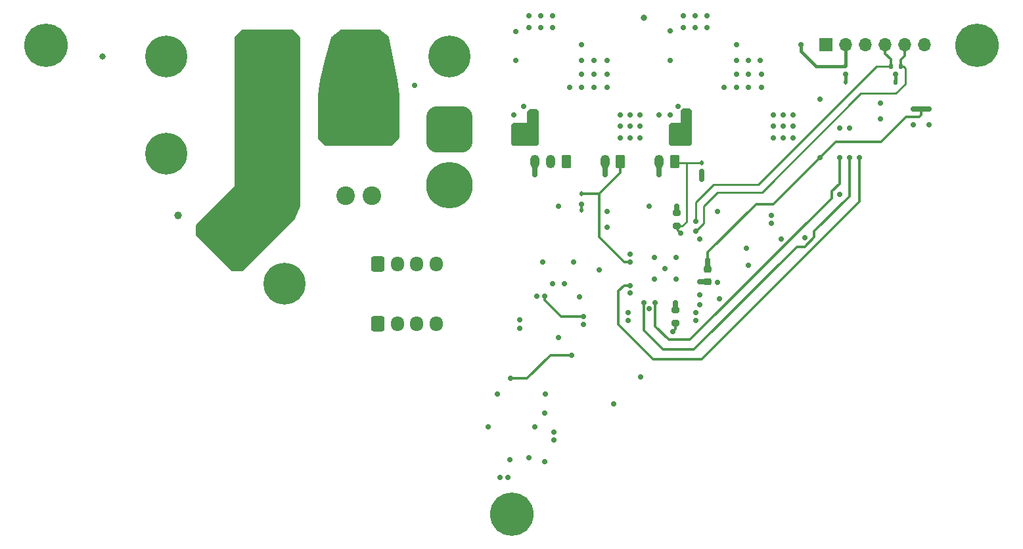
<source format=gbr>
G04 #@! TF.GenerationSoftware,KiCad,Pcbnew,8.0.1-rc2-202403101705~c0fd138706~ubuntu22.04.1*
G04 #@! TF.CreationDate,2024-03-11T22:08:16-04:00*
G04 #@! TF.ProjectId,Balance_Controller,42616c61-6e63-4655-9f43-6f6e74726f6c,rev?*
G04 #@! TF.SameCoordinates,Original*
G04 #@! TF.FileFunction,Copper,L4,Bot*
G04 #@! TF.FilePolarity,Positive*
%FSLAX46Y46*%
G04 Gerber Fmt 4.6, Leading zero omitted, Abs format (unit mm)*
G04 Created by KiCad (PCBNEW 8.0.1-rc2-202403101705~c0fd138706~ubuntu22.04.1) date 2024-03-11 22:08:16*
%MOMM*%
%LPD*%
G01*
G04 APERTURE LIST*
G04 Aperture macros list*
%AMRoundRect*
0 Rectangle with rounded corners*
0 $1 Rounding radius*
0 $2 $3 $4 $5 $6 $7 $8 $9 X,Y pos of 4 corners*
0 Add a 4 corners polygon primitive as box body*
4,1,4,$2,$3,$4,$5,$6,$7,$8,$9,$2,$3,0*
0 Add four circle primitives for the rounded corners*
1,1,$1+$1,$2,$3*
1,1,$1+$1,$4,$5*
1,1,$1+$1,$6,$7*
1,1,$1+$1,$8,$9*
0 Add four rect primitives between the rounded corners*
20,1,$1+$1,$2,$3,$4,$5,0*
20,1,$1+$1,$4,$5,$6,$7,0*
20,1,$1+$1,$6,$7,$8,$9,0*
20,1,$1+$1,$8,$9,$2,$3,0*%
G04 Aperture macros list end*
G04 #@! TA.AperFunction,ComponentPad*
%ADD10RoundRect,0.250000X-0.600000X-0.725000X0.600000X-0.725000X0.600000X0.725000X-0.600000X0.725000X0*%
G04 #@! TD*
G04 #@! TA.AperFunction,ComponentPad*
%ADD11O,1.700000X1.950000*%
G04 #@! TD*
G04 #@! TA.AperFunction,ComponentPad*
%ADD12C,5.400000*%
G04 #@! TD*
G04 #@! TA.AperFunction,ComponentPad*
%ADD13C,5.600000*%
G04 #@! TD*
G04 #@! TA.AperFunction,ComponentPad*
%ADD14C,2.400000*%
G04 #@! TD*
G04 #@! TA.AperFunction,ComponentPad*
%ADD15RoundRect,1.500000X-1.500000X1.500000X-1.500000X-1.500000X1.500000X-1.500000X1.500000X1.500000X0*%
G04 #@! TD*
G04 #@! TA.AperFunction,ComponentPad*
%ADD16C,6.000000*%
G04 #@! TD*
G04 #@! TA.AperFunction,ComponentPad*
%ADD17R,1.700000X1.700000*%
G04 #@! TD*
G04 #@! TA.AperFunction,ComponentPad*
%ADD18O,1.700000X1.700000*%
G04 #@! TD*
G04 #@! TA.AperFunction,SMDPad,CuDef*
%ADD19RoundRect,0.200000X-0.275000X0.200000X-0.275000X-0.200000X0.275000X-0.200000X0.275000X0.200000X0*%
G04 #@! TD*
G04 #@! TA.AperFunction,ComponentPad*
%ADD20RoundRect,0.250000X0.350000X0.625000X-0.350000X0.625000X-0.350000X-0.625000X0.350000X-0.625000X0*%
G04 #@! TD*
G04 #@! TA.AperFunction,ComponentPad*
%ADD21O,1.200000X1.750000*%
G04 #@! TD*
G04 #@! TA.AperFunction,SMDPad,CuDef*
%ADD22RoundRect,0.112500X0.112500X-0.187500X0.112500X0.187500X-0.112500X0.187500X-0.112500X-0.187500X0*%
G04 #@! TD*
G04 #@! TA.AperFunction,SMDPad,CuDef*
%ADD23RoundRect,0.200000X0.275000X-0.200000X0.275000X0.200000X-0.275000X0.200000X-0.275000X-0.200000X0*%
G04 #@! TD*
G04 #@! TA.AperFunction,SMDPad,CuDef*
%ADD24RoundRect,0.225000X-0.250000X0.225000X-0.250000X-0.225000X0.250000X-0.225000X0.250000X0.225000X0*%
G04 #@! TD*
G04 #@! TA.AperFunction,SMDPad,CuDef*
%ADD25RoundRect,0.112500X-0.112500X-0.237500X0.112500X-0.237500X0.112500X0.237500X-0.112500X0.237500X0*%
G04 #@! TD*
G04 #@! TA.AperFunction,ViaPad*
%ADD26C,0.700000*%
G04 #@! TD*
G04 #@! TA.AperFunction,ViaPad*
%ADD27C,0.800000*%
G04 #@! TD*
G04 #@! TA.AperFunction,ViaPad*
%ADD28C,1.000000*%
G04 #@! TD*
G04 #@! TA.AperFunction,Conductor*
%ADD29C,0.700000*%
G04 #@! TD*
G04 #@! TA.AperFunction,Conductor*
%ADD30C,0.300000*%
G04 #@! TD*
G04 #@! TA.AperFunction,Conductor*
%ADD31C,0.400000*%
G04 #@! TD*
G04 #@! TA.AperFunction,Conductor*
%ADD32C,0.250000*%
G04 #@! TD*
G04 APERTURE END LIST*
D10*
X82250000Y-54750000D03*
D11*
X84750000Y-54750000D03*
X87250000Y-54750000D03*
X89750000Y-54750000D03*
D12*
X55000000Y-28000000D03*
X91500000Y-28000000D03*
D13*
X159500000Y-26542136D03*
D14*
X81500000Y-45920000D03*
X78100000Y-45920000D03*
X81500000Y-36000000D03*
X78100000Y-36000000D03*
D12*
X70250000Y-57250000D03*
D13*
X99500000Y-87000000D03*
D12*
X68000000Y-28000000D03*
D15*
X91500000Y-37420000D03*
D16*
X91500000Y-44620000D03*
D12*
X63750000Y-50750000D03*
D17*
X140000000Y-26500000D03*
D18*
X142540000Y-26500000D03*
X145080000Y-26500000D03*
X147620000Y-26500000D03*
X150160000Y-26500000D03*
X152700000Y-26500000D03*
D12*
X55000000Y-40500000D03*
D13*
X39500000Y-26542136D03*
D12*
X80000000Y-28000000D03*
D10*
X82250000Y-62420000D03*
D11*
X84750000Y-62420000D03*
X87250000Y-62420000D03*
X89750000Y-62420000D03*
D19*
X120587370Y-60675000D03*
X120587370Y-62325000D03*
D20*
X120500000Y-41500000D03*
D21*
X118500000Y-41500000D03*
D22*
X124000000Y-43800000D03*
X124000000Y-41700000D03*
X108500000Y-47800000D03*
X108500000Y-45700000D03*
X142500000Y-31300000D03*
X142500000Y-29200000D03*
D23*
X120750000Y-49825000D03*
X120750000Y-48175000D03*
D24*
X124750000Y-55450000D03*
X124750000Y-57000000D03*
D25*
X148350000Y-29250000D03*
X149650000Y-29250000D03*
X149000000Y-31250000D03*
D20*
X113500000Y-41500000D03*
D21*
X111500000Y-41500000D03*
D20*
X106500000Y-41500000D03*
D21*
X104500000Y-41500000D03*
X102500000Y-41500000D03*
D26*
X121650000Y-24250000D03*
X103250000Y-22750000D03*
X103250000Y-24250000D03*
X121650000Y-22750000D03*
X104750000Y-22750000D03*
X124650000Y-22750000D03*
X101750000Y-22750000D03*
D27*
X116500000Y-23000000D03*
D26*
X104750000Y-24250000D03*
X124650000Y-24250000D03*
X123150000Y-22750000D03*
X123150000Y-24250000D03*
X101750000Y-24250000D03*
X103500000Y-54500000D03*
X143020000Y-37250000D03*
X120900000Y-34400000D03*
X119900000Y-35500000D03*
X111500000Y-43250000D03*
X131650000Y-30250000D03*
X123750000Y-51500000D03*
D27*
X46800000Y-28000000D03*
D26*
X117850000Y-53900000D03*
X117250000Y-60500000D03*
X102500000Y-43250000D03*
X129750000Y-52750000D03*
X111750000Y-48000000D03*
X101000000Y-34400000D03*
X126000000Y-57100000D03*
X106250000Y-57300000D03*
X153250000Y-36750000D03*
X107500000Y-54500000D03*
X110100000Y-32000000D03*
X114750000Y-58500000D03*
X151250000Y-36750000D03*
X128500000Y-32000000D03*
X120650000Y-53900000D03*
X142500000Y-30250000D03*
X128500000Y-30250000D03*
X111750000Y-30250000D03*
X107000000Y-32000000D03*
X103750000Y-80250000D03*
X111750000Y-28500000D03*
X101750000Y-79750000D03*
X111750000Y-32000000D03*
X126250000Y-59250000D03*
X100000000Y-24750000D03*
X110100000Y-28500000D03*
X99800000Y-35500000D03*
X130000000Y-30250000D03*
X141750000Y-45750000D03*
X96500000Y-75750000D03*
X119900000Y-24700000D03*
X105500000Y-47250000D03*
X87000000Y-31750000D03*
X147000000Y-34000000D03*
X120650000Y-56700000D03*
X99250000Y-80000000D03*
X128500000Y-28500000D03*
X134250000Y-51500000D03*
X103750000Y-74000000D03*
X117850000Y-56700000D03*
X108500000Y-47000000D03*
X123750000Y-57000000D03*
X124000000Y-42800000D03*
X137250000Y-51350000D03*
X130000000Y-32000000D03*
D28*
X56500000Y-48500000D03*
D26*
X114750000Y-53500000D03*
X104900000Y-76400000D03*
X117250000Y-47250000D03*
X149000000Y-30250000D03*
X119250000Y-55300000D03*
X108500000Y-28500000D03*
X131650000Y-32000000D03*
X108750000Y-62500000D03*
X102750000Y-58850000D03*
X108500000Y-32000000D03*
X104750000Y-57300000D03*
X118500000Y-35500000D03*
X130000000Y-28500000D03*
X139210000Y-33500000D03*
X123250000Y-62000000D03*
X133000000Y-49500000D03*
X141750000Y-37250000D03*
X110100000Y-30250000D03*
X105500000Y-64250000D03*
X126000000Y-48000000D03*
X130000000Y-54900000D03*
X126900000Y-32000000D03*
X99000000Y-82250000D03*
X108500000Y-30250000D03*
X100500000Y-63000000D03*
X112600000Y-72800000D03*
X118500000Y-43250000D03*
X114500000Y-62000000D03*
X123750000Y-60000000D03*
X131500000Y-28500000D03*
X102500000Y-75750000D03*
X123250000Y-61000000D03*
X110750000Y-55500000D03*
X123750000Y-58750000D03*
X133250000Y-35500000D03*
X134500000Y-38500000D03*
X120750000Y-47250000D03*
X133250000Y-38500000D03*
X97675000Y-71500000D03*
X135750000Y-37000000D03*
X128500000Y-26500000D03*
X111750000Y-50000000D03*
X133000000Y-48500000D03*
X134500000Y-35500000D03*
X114500000Y-61000000D03*
X119900000Y-28500000D03*
X103825000Y-71500000D03*
X104900000Y-77400000D03*
X116100000Y-69300000D03*
X98000000Y-82250000D03*
X135750000Y-38500000D03*
X147000000Y-36000000D03*
X134500000Y-37000000D03*
X133250000Y-37000000D03*
X135750000Y-35500000D03*
X114750000Y-37000000D03*
X100000000Y-28500000D03*
X100500000Y-61949997D03*
X113500000Y-38500000D03*
X113500000Y-37000000D03*
X114750000Y-35500000D03*
X136750000Y-26500000D03*
X116000000Y-38500000D03*
X116000000Y-37000000D03*
X108250000Y-59000000D03*
X108500000Y-26500000D03*
X116000000Y-35500000D03*
X113500000Y-35500000D03*
X114750000Y-38500000D03*
X151250000Y-34750000D03*
X153250000Y-34750000D03*
X139210000Y-41000000D03*
X124750000Y-54225000D03*
D28*
X68000000Y-33500000D03*
X71000000Y-36750000D03*
X68000000Y-43250000D03*
X71000000Y-43250000D03*
X68000000Y-36750000D03*
X65250000Y-36750000D03*
X65250000Y-40000000D03*
X71000000Y-33500000D03*
X68000000Y-40000000D03*
X71000000Y-40000000D03*
X65250000Y-33500000D03*
X65250000Y-43250000D03*
D26*
X114750000Y-54500000D03*
X121250000Y-50750000D03*
X141750000Y-41000000D03*
X118000000Y-59750000D03*
X144290000Y-41000000D03*
X114750000Y-57500000D03*
X116500000Y-59750000D03*
X143020000Y-41000000D03*
X123250000Y-49250000D03*
X123250000Y-50500000D03*
X99325000Y-69500000D03*
X107250000Y-66500000D03*
X120587370Y-59750000D03*
X120250000Y-63500000D03*
X108750000Y-61500000D03*
X103750000Y-58850000D03*
X102250000Y-37750000D03*
X100250000Y-37750000D03*
X102250000Y-38750000D03*
X100250000Y-38750000D03*
X120500000Y-38750000D03*
X122000000Y-38750000D03*
X120500000Y-37750000D03*
X122000000Y-37750000D03*
D28*
X82250000Y-32000000D03*
X75500000Y-37750000D03*
X79750000Y-38500000D03*
X84000000Y-34000000D03*
X79750000Y-34000000D03*
X75500000Y-34000000D03*
X84000000Y-37750000D03*
X77500000Y-32000000D03*
D29*
X118500000Y-43250000D02*
X118500000Y-41500000D01*
D30*
X108500000Y-47800000D02*
X108500000Y-47000000D01*
D29*
X102500000Y-43250000D02*
X102500000Y-41500000D01*
X111500000Y-43250000D02*
X111500000Y-41500000D01*
D31*
X149000000Y-30250000D02*
X149000000Y-31250000D01*
D29*
X123750000Y-57000000D02*
X124750000Y-57000000D01*
D31*
X142500000Y-30250000D02*
X142500000Y-31300000D01*
D29*
X124000000Y-42800000D02*
X124000000Y-43800000D01*
X120750000Y-48175000D02*
X120750000Y-47250000D01*
D31*
X142540000Y-26540000D02*
X142540000Y-29160000D01*
X136800000Y-27300000D02*
X136800000Y-26500000D01*
X142450000Y-29250000D02*
X138750000Y-29250000D01*
X142500000Y-29200000D02*
X142450000Y-29250000D01*
X142540000Y-29160000D02*
X142500000Y-29200000D01*
X138750000Y-29250000D02*
X136800000Y-27300000D01*
D30*
X141250000Y-39000000D02*
X139250000Y-41000000D01*
X124750000Y-53250000D02*
X124750000Y-54225000D01*
X152250000Y-34750000D02*
X152250000Y-35500000D01*
X147062500Y-39000000D02*
X141250000Y-39000000D01*
X150312500Y-35750000D02*
X147062500Y-39000000D01*
D29*
X152250000Y-34750000D02*
X153250000Y-34750000D01*
D30*
X152000000Y-35750000D02*
X150312500Y-35750000D01*
X131000000Y-47000000D02*
X124750000Y-53250000D01*
D31*
X139250000Y-41000000D02*
X139210000Y-41000000D01*
D29*
X124750000Y-54225000D02*
X124750000Y-55450000D01*
D30*
X139210000Y-41000000D02*
X133210000Y-47000000D01*
X133210000Y-47000000D02*
X131000000Y-47000000D01*
D29*
X151250000Y-34750000D02*
X152250000Y-34750000D01*
D30*
X152250000Y-35500000D02*
X152000000Y-35750000D01*
X113500000Y-41500000D02*
X113500000Y-43000000D01*
X114000000Y-54500000D02*
X110750000Y-51250000D01*
X114750000Y-54500000D02*
X114000000Y-54500000D01*
X113500000Y-43000000D02*
X110800000Y-45700000D01*
X110800000Y-45700000D02*
X108500000Y-45700000D01*
X110750000Y-51250000D02*
X110750000Y-45700000D01*
D32*
X120750000Y-50250000D02*
X120750000Y-49825000D01*
D29*
X120700000Y-41700000D02*
X120500000Y-41500000D01*
D32*
X122000000Y-49287500D02*
X122000000Y-41700000D01*
X121250000Y-50750000D02*
X120750000Y-50250000D01*
X120750000Y-49825000D02*
X121462500Y-49825000D01*
X120700000Y-41700000D02*
X124000000Y-41700000D01*
X121462500Y-49825000D02*
X122000000Y-49287500D01*
D30*
X140750000Y-46250000D02*
X140750000Y-45375000D01*
X122500000Y-64500000D02*
X140750000Y-46250000D01*
X140750000Y-45375000D02*
X141750000Y-44375000D01*
X141750000Y-44375000D02*
X141750000Y-41000000D01*
X119750000Y-64500000D02*
X122500000Y-64500000D01*
X118000000Y-62750000D02*
X119750000Y-64500000D01*
X118000000Y-59750000D02*
X118000000Y-62750000D01*
X144290000Y-46710000D02*
X144290000Y-41000000D01*
X113250000Y-62500000D02*
X117750000Y-67000000D01*
X124000000Y-67000000D02*
X144290000Y-46710000D01*
X114000000Y-57500000D02*
X113250000Y-58250000D01*
X113250000Y-58250000D02*
X113250000Y-62500000D01*
X117750000Y-67000000D02*
X124000000Y-67000000D01*
X114750000Y-57500000D02*
X114000000Y-57500000D01*
X136250000Y-52500000D02*
X137250000Y-52500000D01*
X137250000Y-52500000D02*
X138500000Y-51250000D01*
X138500000Y-50500000D02*
X143020000Y-45980000D01*
X138500000Y-51250000D02*
X138500000Y-50500000D01*
X116500000Y-63250000D02*
X119000000Y-65750000D01*
X116500000Y-59750000D02*
X116500000Y-63250000D01*
X143020000Y-45980000D02*
X143020000Y-41000000D01*
X123000000Y-65750000D02*
X136250000Y-52500000D01*
X119000000Y-65750000D02*
X123000000Y-65750000D01*
D32*
X125500000Y-44500000D02*
X123250000Y-46750000D01*
D30*
X148350000Y-28350000D02*
X147620000Y-27620000D01*
D32*
X123250000Y-46750000D02*
X123250000Y-49250000D01*
X146500000Y-29250000D02*
X131250000Y-44500000D01*
D30*
X147620000Y-27620000D02*
X147620000Y-26500000D01*
X148350000Y-29200000D02*
X148350000Y-28350000D01*
D32*
X131250000Y-44500000D02*
X125500000Y-44500000D01*
X148350000Y-29250000D02*
X146500000Y-29250000D01*
X124250000Y-49500000D02*
X124250000Y-47250000D01*
X144500000Y-32750000D02*
X149000000Y-32750000D01*
X150250000Y-29500000D02*
X150000000Y-29250000D01*
D30*
X150160000Y-27940000D02*
X150160000Y-26500000D01*
D32*
X149000000Y-32750000D02*
X150250000Y-31500000D01*
X150250000Y-31500000D02*
X150250000Y-29500000D01*
X150000000Y-29250000D02*
X149650000Y-29250000D01*
D30*
X149650000Y-29250000D02*
X149650000Y-28450000D01*
X149650000Y-28450000D02*
X150160000Y-27940000D01*
D32*
X131750000Y-45500000D02*
X144500000Y-32750000D01*
X123250000Y-50500000D02*
X124250000Y-49500000D01*
X124250000Y-47250000D02*
X126000000Y-45500000D01*
X126000000Y-45500000D02*
X131750000Y-45500000D01*
D30*
X107250000Y-66500000D02*
X104500000Y-66500000D01*
X101500000Y-69500000D02*
X99325000Y-69500000D01*
X104500000Y-66500000D02*
X101500000Y-69500000D01*
D29*
X120587370Y-60675000D02*
X120587370Y-59750000D01*
D30*
X120587370Y-63162630D02*
X120587370Y-62325000D01*
X120250000Y-63500000D02*
X120587370Y-63162630D01*
X103750000Y-59425000D02*
X105825000Y-61500000D01*
X103750000Y-58850000D02*
X103750000Y-59425000D01*
X105825000Y-61500000D02*
X108750000Y-61500000D01*
G04 #@! TA.AperFunction,Conductor*
G36*
X122465677Y-34694685D02*
G01*
X122486319Y-34711319D01*
X122713681Y-34938681D01*
X122747166Y-35000004D01*
X122750000Y-35026362D01*
X122750000Y-39148638D01*
X122730315Y-39215677D01*
X122713681Y-39236319D01*
X122486319Y-39463681D01*
X122424996Y-39497166D01*
X122398638Y-39500000D01*
X120101362Y-39500000D01*
X120034323Y-39480315D01*
X120013681Y-39463681D01*
X119786319Y-39236319D01*
X119752834Y-39174996D01*
X119750000Y-39148638D01*
X119750000Y-36851362D01*
X119769685Y-36784323D01*
X119786319Y-36763681D01*
X120013681Y-36536319D01*
X120075004Y-36502834D01*
X120101362Y-36500000D01*
X120950000Y-36500000D01*
X121250000Y-36500000D01*
X121250000Y-35026362D01*
X121269685Y-34959323D01*
X121286319Y-34938681D01*
X121513681Y-34711319D01*
X121575004Y-34677834D01*
X121601362Y-34675000D01*
X122398638Y-34675000D01*
X122465677Y-34694685D01*
G37*
G04 #@! TD.AperFunction*
G04 #@! TA.AperFunction,Conductor*
G36*
X71262782Y-24519962D02*
G01*
X71293641Y-24543641D01*
X72206359Y-25456359D01*
X72244923Y-25523154D01*
X72250000Y-25561718D01*
X72250000Y-47220410D01*
X72238695Y-47277342D01*
X71555105Y-48930669D01*
X71522904Y-48978959D01*
X70470976Y-50033586D01*
X64885232Y-55633659D01*
X64818486Y-55672308D01*
X64779833Y-55677435D01*
X63490074Y-55678261D01*
X63415562Y-55658346D01*
X63384620Y-55634620D01*
X58875748Y-51125748D01*
X58837184Y-51058953D01*
X58832107Y-51020389D01*
X58832107Y-49729611D01*
X58852069Y-49655111D01*
X58875744Y-49624256D01*
X63042893Y-45457107D01*
X63042892Y-45457107D01*
X63750000Y-44750000D01*
X63750000Y-25561718D01*
X63769962Y-25487218D01*
X63793641Y-25456359D01*
X64706359Y-24543641D01*
X64773154Y-24505077D01*
X64811718Y-24500000D01*
X71188282Y-24500000D01*
X71262782Y-24519962D01*
G37*
G04 #@! TD.AperFunction*
G04 #@! TA.AperFunction,Conductor*
G36*
X82522708Y-24519685D02*
G01*
X82534282Y-24528104D01*
X83661834Y-25452476D01*
X83701197Y-25510200D01*
X83704810Y-25524051D01*
X84802681Y-31013408D01*
X84804486Y-31025507D01*
X84999397Y-32993910D01*
X85000000Y-33006129D01*
X85000000Y-38448638D01*
X84980315Y-38515677D01*
X84963681Y-38536319D01*
X84036319Y-39463681D01*
X83974996Y-39497166D01*
X83948638Y-39500000D01*
X75551362Y-39500000D01*
X75484323Y-39480315D01*
X75463681Y-39463681D01*
X74536319Y-38536319D01*
X74502834Y-38474996D01*
X74500000Y-38448638D01*
X74500000Y-33008091D01*
X74501051Y-32991979D01*
X74756612Y-31041783D01*
X74759748Y-31025945D01*
X74759865Y-31025507D01*
X75500000Y-28250000D01*
X76231480Y-25506944D01*
X76267773Y-25447242D01*
X76275748Y-25440565D01*
X77466589Y-24525669D01*
X77531743Y-24500436D01*
X77542134Y-24500000D01*
X82455669Y-24500000D01*
X82522708Y-24519685D01*
G37*
G04 #@! TD.AperFunction*
G04 #@! TA.AperFunction,Conductor*
G36*
X102715677Y-34794685D02*
G01*
X102736319Y-34811319D01*
X102963681Y-35038681D01*
X102997166Y-35100004D01*
X103000000Y-35126362D01*
X103000000Y-39148638D01*
X102980315Y-39215677D01*
X102963681Y-39236319D01*
X102736319Y-39463681D01*
X102674996Y-39497166D01*
X102648638Y-39500000D01*
X99751362Y-39500000D01*
X99684323Y-39480315D01*
X99663681Y-39463681D01*
X99436319Y-39236319D01*
X99402834Y-39174996D01*
X99400000Y-39148638D01*
X99400000Y-36851362D01*
X99419685Y-36784323D01*
X99436319Y-36763681D01*
X99663681Y-36536319D01*
X99725004Y-36502834D01*
X99751362Y-36500000D01*
X101200000Y-36500000D01*
X101500000Y-36500000D01*
X101500000Y-35126362D01*
X101519685Y-35059323D01*
X101536319Y-35038681D01*
X101763681Y-34811319D01*
X101825004Y-34777834D01*
X101851362Y-34775000D01*
X102648638Y-34775000D01*
X102715677Y-34794685D01*
G37*
G04 #@! TD.AperFunction*
M02*

</source>
